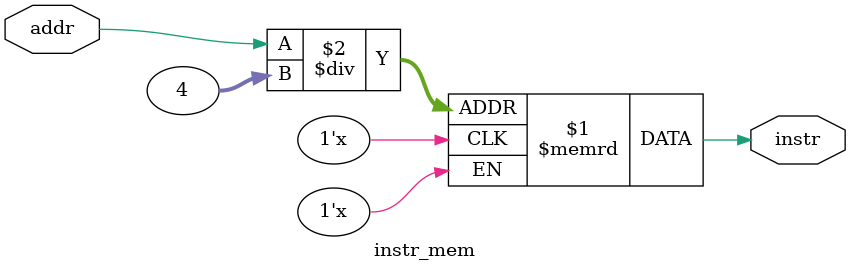
<source format=sv>

module instr_mem
    #(
        parameter ADDR_SIZE   = 1,
        parameter INSTR_WIDTH = 1
    ) (
        input  logic [ADDR_SIZE-1:0]   addr, // address
        output logic [INSTR_WIDTH-1:0] instr // instruction data
    );

    logic [INSTR_WIDTH-1:0] mem [ADDR_SIZE-1:0];

    assign instr = mem[addr/4];

endmodule
</source>
